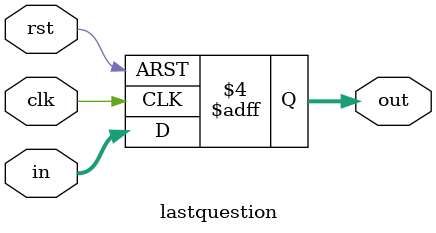
<source format=v>
`timescale 1ns / 1ps


module lastquestion(
    input [7:0] in , input clk , rst ,output reg  [7:0] out 
    );
    always @(posedge clk, posedge rst ) begin
    
    if (rst==1)
    out=0;
    else begin
    out=+in;end
    end
endmodule


</source>
